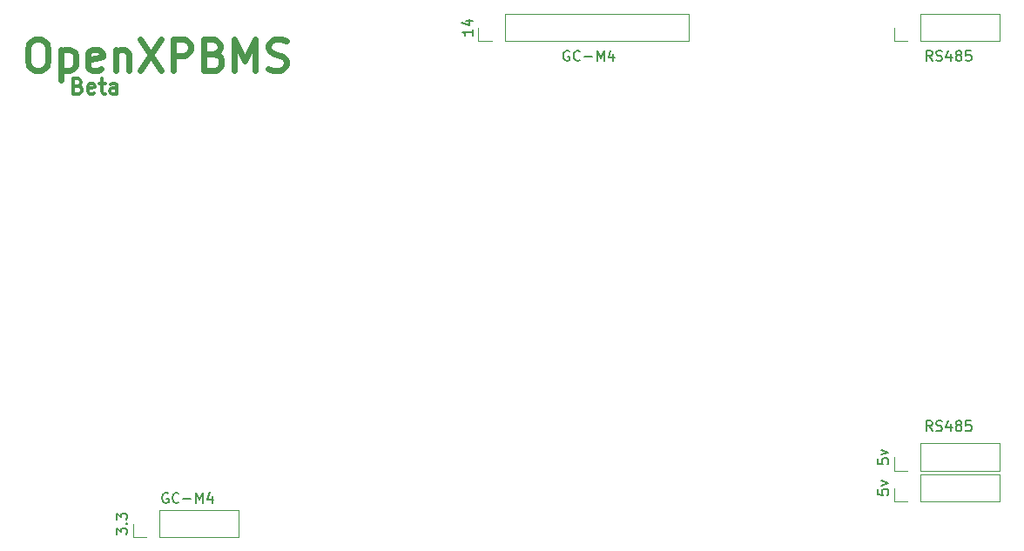
<source format=gbr>
G04 #@! TF.GenerationSoftware,KiCad,Pcbnew,(5.1.5-0)*
G04 #@! TF.CreationDate,2020-01-06T21:19:35-06:00*
G04 #@! TF.ProjectId,PCB,5043422e-6b69-4636-9164-5f7063625858,rev?*
G04 #@! TF.SameCoordinates,Original*
G04 #@! TF.FileFunction,Legend,Top*
G04 #@! TF.FilePolarity,Positive*
%FSLAX46Y46*%
G04 Gerber Fmt 4.6, Leading zero omitted, Abs format (unit mm)*
G04 Created by KiCad (PCBNEW (5.1.5-0)) date 2020-01-06 21:19:35*
%MOMM*%
%LPD*%
G04 APERTURE LIST*
%ADD10C,0.300000*%
%ADD11C,0.600000*%
%ADD12C,0.150000*%
%ADD13C,0.120000*%
G04 APERTURE END LIST*
D10*
X119357142Y-81892857D02*
X119571428Y-81964285D01*
X119642857Y-82035714D01*
X119714285Y-82178571D01*
X119714285Y-82392857D01*
X119642857Y-82535714D01*
X119571428Y-82607142D01*
X119428571Y-82678571D01*
X118857142Y-82678571D01*
X118857142Y-81178571D01*
X119357142Y-81178571D01*
X119500000Y-81250000D01*
X119571428Y-81321428D01*
X119642857Y-81464285D01*
X119642857Y-81607142D01*
X119571428Y-81750000D01*
X119500000Y-81821428D01*
X119357142Y-81892857D01*
X118857142Y-81892857D01*
X120928571Y-82607142D02*
X120785714Y-82678571D01*
X120500000Y-82678571D01*
X120357142Y-82607142D01*
X120285714Y-82464285D01*
X120285714Y-81892857D01*
X120357142Y-81750000D01*
X120500000Y-81678571D01*
X120785714Y-81678571D01*
X120928571Y-81750000D01*
X121000000Y-81892857D01*
X121000000Y-82035714D01*
X120285714Y-82178571D01*
X121428571Y-81678571D02*
X122000000Y-81678571D01*
X121642857Y-81178571D02*
X121642857Y-82464285D01*
X121714285Y-82607142D01*
X121857142Y-82678571D01*
X122000000Y-82678571D01*
X123142857Y-82678571D02*
X123142857Y-81892857D01*
X123071428Y-81750000D01*
X122928571Y-81678571D01*
X122642857Y-81678571D01*
X122500000Y-81750000D01*
X123142857Y-82607142D02*
X123000000Y-82678571D01*
X122642857Y-82678571D01*
X122500000Y-82607142D01*
X122428571Y-82464285D01*
X122428571Y-82321428D01*
X122500000Y-82178571D01*
X122642857Y-82107142D01*
X123000000Y-82107142D01*
X123142857Y-82035714D01*
D11*
X115142857Y-77357142D02*
X115714285Y-77357142D01*
X116000000Y-77500000D01*
X116285714Y-77785714D01*
X116428571Y-78357142D01*
X116428571Y-79357142D01*
X116285714Y-79928571D01*
X116000000Y-80214285D01*
X115714285Y-80357142D01*
X115142857Y-80357142D01*
X114857142Y-80214285D01*
X114571428Y-79928571D01*
X114428571Y-79357142D01*
X114428571Y-78357142D01*
X114571428Y-77785714D01*
X114857142Y-77500000D01*
X115142857Y-77357142D01*
X117714285Y-78357142D02*
X117714285Y-81357142D01*
X117714285Y-78500000D02*
X118000000Y-78357142D01*
X118571428Y-78357142D01*
X118857142Y-78500000D01*
X119000000Y-78642857D01*
X119142857Y-78928571D01*
X119142857Y-79785714D01*
X119000000Y-80071428D01*
X118857142Y-80214285D01*
X118571428Y-80357142D01*
X118000000Y-80357142D01*
X117714285Y-80214285D01*
X121571428Y-80214285D02*
X121285714Y-80357142D01*
X120714285Y-80357142D01*
X120428571Y-80214285D01*
X120285714Y-79928571D01*
X120285714Y-78785714D01*
X120428571Y-78500000D01*
X120714285Y-78357142D01*
X121285714Y-78357142D01*
X121571428Y-78500000D01*
X121714285Y-78785714D01*
X121714285Y-79071428D01*
X120285714Y-79357142D01*
X123000000Y-78357142D02*
X123000000Y-80357142D01*
X123000000Y-78642857D02*
X123142857Y-78500000D01*
X123428571Y-78357142D01*
X123857142Y-78357142D01*
X124142857Y-78500000D01*
X124285714Y-78785714D01*
X124285714Y-80357142D01*
X125428571Y-77357142D02*
X127428571Y-80357142D01*
X127428571Y-77357142D02*
X125428571Y-80357142D01*
X128571428Y-80357142D02*
X128571428Y-77357142D01*
X129714285Y-77357142D01*
X130000000Y-77500000D01*
X130142857Y-77642857D01*
X130285714Y-77928571D01*
X130285714Y-78357142D01*
X130142857Y-78642857D01*
X130000000Y-78785714D01*
X129714285Y-78928571D01*
X128571428Y-78928571D01*
X132571428Y-78785714D02*
X133000000Y-78928571D01*
X133142857Y-79071428D01*
X133285714Y-79357142D01*
X133285714Y-79785714D01*
X133142857Y-80071428D01*
X133000000Y-80214285D01*
X132714285Y-80357142D01*
X131571428Y-80357142D01*
X131571428Y-77357142D01*
X132571428Y-77357142D01*
X132857142Y-77500000D01*
X133000000Y-77642857D01*
X133142857Y-77928571D01*
X133142857Y-78214285D01*
X133000000Y-78500000D01*
X132857142Y-78642857D01*
X132571428Y-78785714D01*
X131571428Y-78785714D01*
X134571428Y-80357142D02*
X134571428Y-77357142D01*
X135571428Y-79500000D01*
X136571428Y-77357142D01*
X136571428Y-80357142D01*
X137857142Y-80214285D02*
X138285714Y-80357142D01*
X139000000Y-80357142D01*
X139285714Y-80214285D01*
X139428571Y-80071428D01*
X139571428Y-79785714D01*
X139571428Y-79500000D01*
X139428571Y-79214285D01*
X139285714Y-79071428D01*
X139000000Y-78928571D01*
X138428571Y-78785714D01*
X138142857Y-78642857D01*
X138000000Y-78500000D01*
X137857142Y-78214285D01*
X137857142Y-77928571D01*
X138000000Y-77642857D01*
X138142857Y-77500000D01*
X138428571Y-77357142D01*
X139142857Y-77357142D01*
X139571428Y-77500000D01*
D12*
X202404761Y-115452380D02*
X202071428Y-114976190D01*
X201833333Y-115452380D02*
X201833333Y-114452380D01*
X202214285Y-114452380D01*
X202309523Y-114500000D01*
X202357142Y-114547619D01*
X202404761Y-114642857D01*
X202404761Y-114785714D01*
X202357142Y-114880952D01*
X202309523Y-114928571D01*
X202214285Y-114976190D01*
X201833333Y-114976190D01*
X202785714Y-115404761D02*
X202928571Y-115452380D01*
X203166666Y-115452380D01*
X203261904Y-115404761D01*
X203309523Y-115357142D01*
X203357142Y-115261904D01*
X203357142Y-115166666D01*
X203309523Y-115071428D01*
X203261904Y-115023809D01*
X203166666Y-114976190D01*
X202976190Y-114928571D01*
X202880952Y-114880952D01*
X202833333Y-114833333D01*
X202785714Y-114738095D01*
X202785714Y-114642857D01*
X202833333Y-114547619D01*
X202880952Y-114500000D01*
X202976190Y-114452380D01*
X203214285Y-114452380D01*
X203357142Y-114500000D01*
X204214285Y-114785714D02*
X204214285Y-115452380D01*
X203976190Y-114404761D02*
X203738095Y-115119047D01*
X204357142Y-115119047D01*
X204880952Y-114880952D02*
X204785714Y-114833333D01*
X204738095Y-114785714D01*
X204690476Y-114690476D01*
X204690476Y-114642857D01*
X204738095Y-114547619D01*
X204785714Y-114500000D01*
X204880952Y-114452380D01*
X205071428Y-114452380D01*
X205166666Y-114500000D01*
X205214285Y-114547619D01*
X205261904Y-114642857D01*
X205261904Y-114690476D01*
X205214285Y-114785714D01*
X205166666Y-114833333D01*
X205071428Y-114880952D01*
X204880952Y-114880952D01*
X204785714Y-114928571D01*
X204738095Y-114976190D01*
X204690476Y-115071428D01*
X204690476Y-115261904D01*
X204738095Y-115357142D01*
X204785714Y-115404761D01*
X204880952Y-115452380D01*
X205071428Y-115452380D01*
X205166666Y-115404761D01*
X205214285Y-115357142D01*
X205261904Y-115261904D01*
X205261904Y-115071428D01*
X205214285Y-114976190D01*
X205166666Y-114928571D01*
X205071428Y-114880952D01*
X206166666Y-114452380D02*
X205690476Y-114452380D01*
X205642857Y-114928571D01*
X205690476Y-114880952D01*
X205785714Y-114833333D01*
X206023809Y-114833333D01*
X206119047Y-114880952D01*
X206166666Y-114928571D01*
X206214285Y-115023809D01*
X206214285Y-115261904D01*
X206166666Y-115357142D01*
X206119047Y-115404761D01*
X206023809Y-115452380D01*
X205785714Y-115452380D01*
X205690476Y-115404761D01*
X205642857Y-115357142D01*
X167095238Y-78500000D02*
X167000000Y-78452380D01*
X166857142Y-78452380D01*
X166714285Y-78500000D01*
X166619047Y-78595238D01*
X166571428Y-78690476D01*
X166523809Y-78880952D01*
X166523809Y-79023809D01*
X166571428Y-79214285D01*
X166619047Y-79309523D01*
X166714285Y-79404761D01*
X166857142Y-79452380D01*
X166952380Y-79452380D01*
X167095238Y-79404761D01*
X167142857Y-79357142D01*
X167142857Y-79023809D01*
X166952380Y-79023809D01*
X168142857Y-79357142D02*
X168095238Y-79404761D01*
X167952380Y-79452380D01*
X167857142Y-79452380D01*
X167714285Y-79404761D01*
X167619047Y-79309523D01*
X167571428Y-79214285D01*
X167523809Y-79023809D01*
X167523809Y-78880952D01*
X167571428Y-78690476D01*
X167619047Y-78595238D01*
X167714285Y-78500000D01*
X167857142Y-78452380D01*
X167952380Y-78452380D01*
X168095238Y-78500000D01*
X168142857Y-78547619D01*
X168571428Y-79071428D02*
X169333333Y-79071428D01*
X169809523Y-79452380D02*
X169809523Y-78452380D01*
X170142857Y-79166666D01*
X170476190Y-78452380D01*
X170476190Y-79452380D01*
X171380952Y-78785714D02*
X171380952Y-79452380D01*
X171142857Y-78404761D02*
X170904761Y-79119047D01*
X171523809Y-79119047D01*
X128095238Y-121500000D02*
X128000000Y-121452380D01*
X127857142Y-121452380D01*
X127714285Y-121500000D01*
X127619047Y-121595238D01*
X127571428Y-121690476D01*
X127523809Y-121880952D01*
X127523809Y-122023809D01*
X127571428Y-122214285D01*
X127619047Y-122309523D01*
X127714285Y-122404761D01*
X127857142Y-122452380D01*
X127952380Y-122452380D01*
X128095238Y-122404761D01*
X128142857Y-122357142D01*
X128142857Y-122023809D01*
X127952380Y-122023809D01*
X129142857Y-122357142D02*
X129095238Y-122404761D01*
X128952380Y-122452380D01*
X128857142Y-122452380D01*
X128714285Y-122404761D01*
X128619047Y-122309523D01*
X128571428Y-122214285D01*
X128523809Y-122023809D01*
X128523809Y-121880952D01*
X128571428Y-121690476D01*
X128619047Y-121595238D01*
X128714285Y-121500000D01*
X128857142Y-121452380D01*
X128952380Y-121452380D01*
X129095238Y-121500000D01*
X129142857Y-121547619D01*
X129571428Y-122071428D02*
X130333333Y-122071428D01*
X130809523Y-122452380D02*
X130809523Y-121452380D01*
X131142857Y-122166666D01*
X131476190Y-121452380D01*
X131476190Y-122452380D01*
X132380952Y-121785714D02*
X132380952Y-122452380D01*
X132142857Y-121404761D02*
X131904761Y-122119047D01*
X132523809Y-122119047D01*
X202404761Y-79452380D02*
X202071428Y-78976190D01*
X201833333Y-79452380D02*
X201833333Y-78452380D01*
X202214285Y-78452380D01*
X202309523Y-78500000D01*
X202357142Y-78547619D01*
X202404761Y-78642857D01*
X202404761Y-78785714D01*
X202357142Y-78880952D01*
X202309523Y-78928571D01*
X202214285Y-78976190D01*
X201833333Y-78976190D01*
X202785714Y-79404761D02*
X202928571Y-79452380D01*
X203166666Y-79452380D01*
X203261904Y-79404761D01*
X203309523Y-79357142D01*
X203357142Y-79261904D01*
X203357142Y-79166666D01*
X203309523Y-79071428D01*
X203261904Y-79023809D01*
X203166666Y-78976190D01*
X202976190Y-78928571D01*
X202880952Y-78880952D01*
X202833333Y-78833333D01*
X202785714Y-78738095D01*
X202785714Y-78642857D01*
X202833333Y-78547619D01*
X202880952Y-78500000D01*
X202976190Y-78452380D01*
X203214285Y-78452380D01*
X203357142Y-78500000D01*
X204214285Y-78785714D02*
X204214285Y-79452380D01*
X203976190Y-78404761D02*
X203738095Y-79119047D01*
X204357142Y-79119047D01*
X204880952Y-78880952D02*
X204785714Y-78833333D01*
X204738095Y-78785714D01*
X204690476Y-78690476D01*
X204690476Y-78642857D01*
X204738095Y-78547619D01*
X204785714Y-78500000D01*
X204880952Y-78452380D01*
X205071428Y-78452380D01*
X205166666Y-78500000D01*
X205214285Y-78547619D01*
X205261904Y-78642857D01*
X205261904Y-78690476D01*
X205214285Y-78785714D01*
X205166666Y-78833333D01*
X205071428Y-78880952D01*
X204880952Y-78880952D01*
X204785714Y-78928571D01*
X204738095Y-78976190D01*
X204690476Y-79071428D01*
X204690476Y-79261904D01*
X204738095Y-79357142D01*
X204785714Y-79404761D01*
X204880952Y-79452380D01*
X205071428Y-79452380D01*
X205166666Y-79404761D01*
X205214285Y-79357142D01*
X205261904Y-79261904D01*
X205261904Y-79071428D01*
X205214285Y-78976190D01*
X205166666Y-78928571D01*
X205071428Y-78880952D01*
X206166666Y-78452380D02*
X205690476Y-78452380D01*
X205642857Y-78928571D01*
X205690476Y-78880952D01*
X205785714Y-78833333D01*
X206023809Y-78833333D01*
X206119047Y-78880952D01*
X206166666Y-78928571D01*
X206214285Y-79023809D01*
X206214285Y-79261904D01*
X206166666Y-79357142D01*
X206119047Y-79404761D01*
X206023809Y-79452380D01*
X205785714Y-79452380D01*
X205690476Y-79404761D01*
X205642857Y-79357142D01*
D13*
X198670000Y-122330000D02*
X198670000Y-121000000D01*
X200000000Y-122330000D02*
X198670000Y-122330000D01*
X201270000Y-122330000D02*
X201270000Y-119670000D01*
X201270000Y-119670000D02*
X208950000Y-119670000D01*
X201270000Y-122330000D02*
X208950000Y-122330000D01*
X208950000Y-122330000D02*
X208950000Y-119670000D01*
X198670000Y-119330000D02*
X198670000Y-118000000D01*
X200000000Y-119330000D02*
X198670000Y-119330000D01*
X201270000Y-119330000D02*
X201270000Y-116670000D01*
X201270000Y-116670000D02*
X208950000Y-116670000D01*
X201270000Y-119330000D02*
X208950000Y-119330000D01*
X208950000Y-119330000D02*
X208950000Y-116670000D01*
X198670000Y-77530000D02*
X198670000Y-76200000D01*
X200000000Y-77530000D02*
X198670000Y-77530000D01*
X201270000Y-77530000D02*
X201270000Y-74870000D01*
X201270000Y-74870000D02*
X208950000Y-74870000D01*
X201270000Y-77530000D02*
X208950000Y-77530000D01*
X208950000Y-77530000D02*
X208950000Y-74870000D01*
X158260000Y-77530000D02*
X158260000Y-76200000D01*
X159590000Y-77530000D02*
X158260000Y-77530000D01*
X160860000Y-77530000D02*
X160860000Y-74870000D01*
X160860000Y-74870000D02*
X178700000Y-74870000D01*
X160860000Y-77530000D02*
X178700000Y-77530000D01*
X178700000Y-77530000D02*
X178700000Y-74870000D01*
X124670000Y-125790000D02*
X124670000Y-124460000D01*
X126000000Y-125790000D02*
X124670000Y-125790000D01*
X127270000Y-125790000D02*
X127270000Y-123130000D01*
X127270000Y-123130000D02*
X134950000Y-123130000D01*
X127270000Y-125790000D02*
X134950000Y-125790000D01*
X134950000Y-125790000D02*
X134950000Y-123130000D01*
D12*
X197122380Y-121142857D02*
X197122380Y-121619047D01*
X197598571Y-121666666D01*
X197550952Y-121619047D01*
X197503333Y-121523809D01*
X197503333Y-121285714D01*
X197550952Y-121190476D01*
X197598571Y-121142857D01*
X197693809Y-121095238D01*
X197931904Y-121095238D01*
X198027142Y-121142857D01*
X198074761Y-121190476D01*
X198122380Y-121285714D01*
X198122380Y-121523809D01*
X198074761Y-121619047D01*
X198027142Y-121666666D01*
X197455714Y-120761904D02*
X198122380Y-120523809D01*
X197455714Y-120285714D01*
X197122380Y-118142857D02*
X197122380Y-118619047D01*
X197598571Y-118666666D01*
X197550952Y-118619047D01*
X197503333Y-118523809D01*
X197503333Y-118285714D01*
X197550952Y-118190476D01*
X197598571Y-118142857D01*
X197693809Y-118095238D01*
X197931904Y-118095238D01*
X198027142Y-118142857D01*
X198074761Y-118190476D01*
X198122380Y-118285714D01*
X198122380Y-118523809D01*
X198074761Y-118619047D01*
X198027142Y-118666666D01*
X197455714Y-117761904D02*
X198122380Y-117523809D01*
X197455714Y-117285714D01*
X157712380Y-76390476D02*
X157712380Y-76961904D01*
X157712380Y-76676190D02*
X156712380Y-76676190D01*
X156855238Y-76771428D01*
X156950476Y-76866666D01*
X156998095Y-76961904D01*
X157045714Y-75533333D02*
X157712380Y-75533333D01*
X156664761Y-75771428D02*
X157379047Y-76009523D01*
X157379047Y-75390476D01*
X123122380Y-125507619D02*
X123122380Y-124888571D01*
X123503333Y-125221904D01*
X123503333Y-125079047D01*
X123550952Y-124983809D01*
X123598571Y-124936190D01*
X123693809Y-124888571D01*
X123931904Y-124888571D01*
X124027142Y-124936190D01*
X124074761Y-124983809D01*
X124122380Y-125079047D01*
X124122380Y-125364761D01*
X124074761Y-125460000D01*
X124027142Y-125507619D01*
X124027142Y-124460000D02*
X124074761Y-124412380D01*
X124122380Y-124460000D01*
X124074761Y-124507619D01*
X124027142Y-124460000D01*
X124122380Y-124460000D01*
X123122380Y-124079047D02*
X123122380Y-123460000D01*
X123503333Y-123793333D01*
X123503333Y-123650476D01*
X123550952Y-123555238D01*
X123598571Y-123507619D01*
X123693809Y-123460000D01*
X123931904Y-123460000D01*
X124027142Y-123507619D01*
X124074761Y-123555238D01*
X124122380Y-123650476D01*
X124122380Y-123936190D01*
X124074761Y-124031428D01*
X124027142Y-124079047D01*
M02*

</source>
